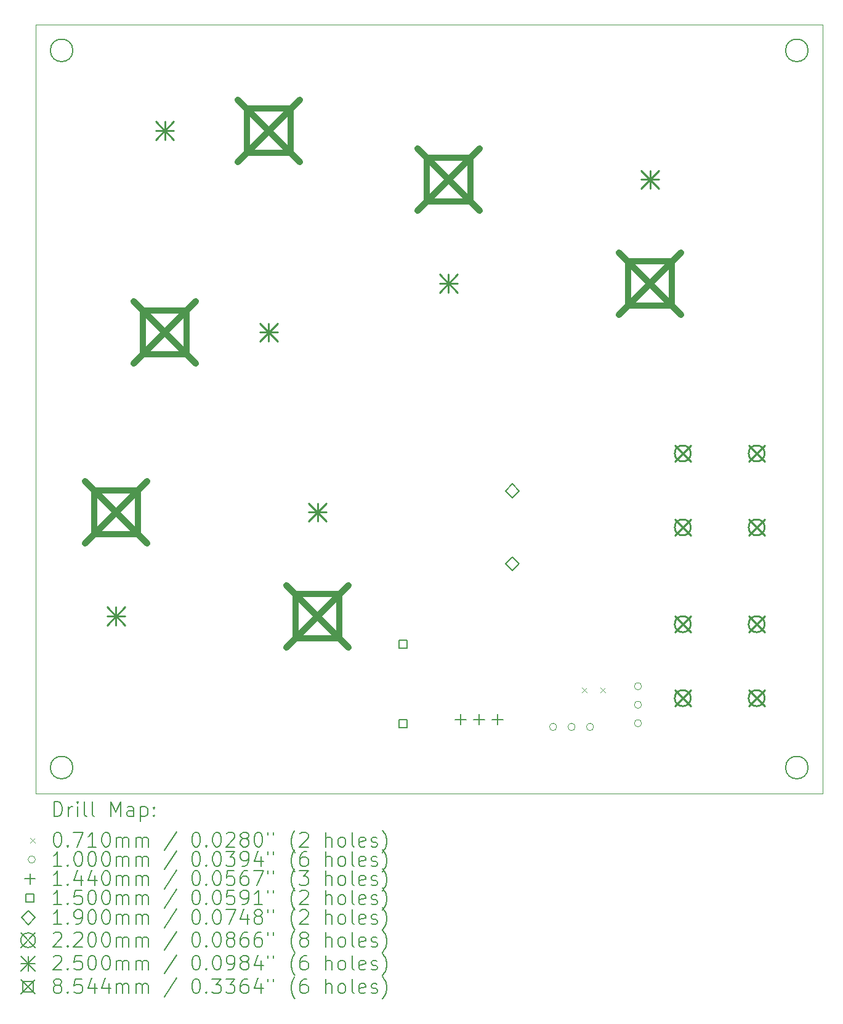
<source format=gbr>
%TF.GenerationSoftware,KiCad,Pcbnew,(6.0.7)*%
%TF.CreationDate,2022-08-27T17:55:12+01:00*%
%TF.ProjectId,Buck Racing 2,4275636b-2052-4616-9369-6e6720322e6b,v01*%
%TF.SameCoordinates,Original*%
%TF.FileFunction,Drillmap*%
%TF.FilePolarity,Positive*%
%FSLAX45Y45*%
G04 Gerber Fmt 4.5, Leading zero omitted, Abs format (unit mm)*
G04 Created by KiCad (PCBNEW (6.0.7)) date 2022-08-27 17:55:12*
%MOMM*%
%LPD*%
G01*
G04 APERTURE LIST*
%ADD10C,0.150000*%
%ADD11C,0.100000*%
%ADD12C,0.200000*%
%ADD13C,0.071000*%
%ADD14C,0.144000*%
%ADD15C,0.190000*%
%ADD16C,0.220000*%
%ADD17C,0.250000*%
%ADD18C,0.854400*%
G04 APERTURE END LIST*
D10*
X17020600Y-15240000D02*
G75*
G03*
X17020600Y-15240000I-155000J0D01*
G01*
X6911400Y-15240000D02*
G75*
G03*
X6911400Y-15240000I-155000J0D01*
G01*
X6911400Y-5384800D02*
G75*
G03*
X6911400Y-5384800I-155000J0D01*
G01*
X17020600Y-5384800D02*
G75*
G03*
X17020600Y-5384800I-155000J0D01*
G01*
D11*
X17221200Y-15595600D02*
X17221200Y-5029200D01*
X6400800Y-5029200D02*
X17221200Y-5029200D01*
X6400800Y-15595600D02*
X6400800Y-5029200D01*
X17221200Y-15595600D02*
X6400800Y-15595600D01*
D12*
D13*
X13909100Y-14137700D02*
X13980100Y-14208700D01*
X13980100Y-14137700D02*
X13909100Y-14208700D01*
X14163100Y-14137700D02*
X14234100Y-14208700D01*
X14234100Y-14137700D02*
X14163100Y-14208700D01*
D11*
X13564300Y-14681200D02*
G75*
G03*
X13564300Y-14681200I-50000J0D01*
G01*
X13818300Y-14681200D02*
G75*
G03*
X13818300Y-14681200I-50000J0D01*
G01*
X14072300Y-14681200D02*
G75*
G03*
X14072300Y-14681200I-50000J0D01*
G01*
X14731200Y-14123900D02*
G75*
G03*
X14731200Y-14123900I-50000J0D01*
G01*
X14731200Y-14377900D02*
G75*
G03*
X14731200Y-14377900I-50000J0D01*
G01*
X14731200Y-14631900D02*
G75*
G03*
X14731200Y-14631900I-50000J0D01*
G01*
D14*
X12242800Y-14507600D02*
X12242800Y-14651600D01*
X12170800Y-14579600D02*
X12314800Y-14579600D01*
X12496800Y-14507600D02*
X12496800Y-14651600D01*
X12424800Y-14579600D02*
X12568800Y-14579600D01*
X12750800Y-14507600D02*
X12750800Y-14651600D01*
X12678800Y-14579600D02*
X12822800Y-14579600D01*
D10*
X11505793Y-13598953D02*
X11505793Y-13492886D01*
X11399726Y-13492886D01*
X11399726Y-13598953D01*
X11505793Y-13598953D01*
X11505793Y-14690953D02*
X11505793Y-14584886D01*
X11399726Y-14584886D01*
X11399726Y-14690953D01*
X11505793Y-14690953D01*
D15*
X12954000Y-11533000D02*
X13049000Y-11438000D01*
X12954000Y-11343000D01*
X12859000Y-11438000D01*
X12954000Y-11533000D01*
X12954000Y-12533000D02*
X13049000Y-12438000D01*
X12954000Y-12343000D01*
X12859000Y-12438000D01*
X12954000Y-12533000D01*
D16*
X15187000Y-10814000D02*
X15407000Y-11034000D01*
X15407000Y-10814000D02*
X15187000Y-11034000D01*
X15407000Y-10924000D02*
G75*
G03*
X15407000Y-10924000I-110000J0D01*
G01*
X15187000Y-11830000D02*
X15407000Y-12050000D01*
X15407000Y-11830000D02*
X15187000Y-12050000D01*
X15407000Y-11940000D02*
G75*
G03*
X15407000Y-11940000I-110000J0D01*
G01*
X15187000Y-13160960D02*
X15407000Y-13380960D01*
X15407000Y-13160960D02*
X15187000Y-13380960D01*
X15407000Y-13270960D02*
G75*
G03*
X15407000Y-13270960I-110000J0D01*
G01*
X15187000Y-14176960D02*
X15407000Y-14396960D01*
X15407000Y-14176960D02*
X15187000Y-14396960D01*
X15407000Y-14286960D02*
G75*
G03*
X15407000Y-14286960I-110000J0D01*
G01*
X16203000Y-10814000D02*
X16423000Y-11034000D01*
X16423000Y-10814000D02*
X16203000Y-11034000D01*
X16423000Y-10924000D02*
G75*
G03*
X16423000Y-10924000I-110000J0D01*
G01*
X16203000Y-11830000D02*
X16423000Y-12050000D01*
X16423000Y-11830000D02*
X16203000Y-12050000D01*
X16423000Y-11940000D02*
G75*
G03*
X16423000Y-11940000I-110000J0D01*
G01*
X16203000Y-13160960D02*
X16423000Y-13380960D01*
X16423000Y-13160960D02*
X16203000Y-13380960D01*
X16423000Y-13270960D02*
G75*
G03*
X16423000Y-13270960I-110000J0D01*
G01*
X16203000Y-14176960D02*
X16423000Y-14396960D01*
X16423000Y-14176960D02*
X16203000Y-14396960D01*
X16423000Y-14286960D02*
G75*
G03*
X16423000Y-14286960I-110000J0D01*
G01*
D17*
X7380000Y-13036000D02*
X7630000Y-13286000D01*
X7630000Y-13036000D02*
X7380000Y-13286000D01*
X7505000Y-13036000D02*
X7505000Y-13286000D01*
X7380000Y-13161000D02*
X7630000Y-13161000D01*
X8050000Y-6364000D02*
X8300000Y-6614000D01*
X8300000Y-6364000D02*
X8050000Y-6614000D01*
X8175000Y-6364000D02*
X8175000Y-6614000D01*
X8050000Y-6489000D02*
X8300000Y-6489000D01*
X9480000Y-9134000D02*
X9730000Y-9384000D01*
X9730000Y-9134000D02*
X9480000Y-9384000D01*
X9605000Y-9134000D02*
X9605000Y-9384000D01*
X9480000Y-9259000D02*
X9730000Y-9259000D01*
X10150000Y-11606000D02*
X10400000Y-11856000D01*
X10400000Y-11606000D02*
X10150000Y-11856000D01*
X10275000Y-11606000D02*
X10275000Y-11856000D01*
X10150000Y-11731000D02*
X10400000Y-11731000D01*
X11952000Y-8464000D02*
X12202000Y-8714000D01*
X12202000Y-8464000D02*
X11952000Y-8714000D01*
X12077000Y-8464000D02*
X12077000Y-8714000D01*
X11952000Y-8589000D02*
X12202000Y-8589000D01*
X14722000Y-7034000D02*
X14972000Y-7284000D01*
X14972000Y-7034000D02*
X14722000Y-7284000D01*
X14847000Y-7034000D02*
X14847000Y-7284000D01*
X14722000Y-7159000D02*
X14972000Y-7159000D01*
D18*
X7077800Y-11303800D02*
X7932200Y-12158200D01*
X7932200Y-11303800D02*
X7077800Y-12158200D01*
X7807079Y-12033079D02*
X7807079Y-11428921D01*
X7202921Y-11428921D01*
X7202921Y-12033079D01*
X7807079Y-12033079D01*
X7747800Y-8831800D02*
X8602200Y-9686200D01*
X8602200Y-8831800D02*
X7747800Y-9686200D01*
X8477079Y-9561079D02*
X8477079Y-8956921D01*
X7872921Y-8956921D01*
X7872921Y-9561079D01*
X8477079Y-9561079D01*
X9177800Y-6061800D02*
X10032200Y-6916200D01*
X10032200Y-6061800D02*
X9177800Y-6916200D01*
X9907079Y-6791079D02*
X9907079Y-6186921D01*
X9302921Y-6186921D01*
X9302921Y-6791079D01*
X9907079Y-6791079D01*
X9847800Y-12733800D02*
X10702200Y-13588200D01*
X10702200Y-12733800D02*
X9847800Y-13588200D01*
X10577079Y-13463079D02*
X10577079Y-12858921D01*
X9972921Y-12858921D01*
X9972921Y-13463079D01*
X10577079Y-13463079D01*
X11649800Y-6731800D02*
X12504200Y-7586200D01*
X12504200Y-6731800D02*
X11649800Y-7586200D01*
X12379079Y-7461079D02*
X12379079Y-6856921D01*
X11774921Y-6856921D01*
X11774921Y-7461079D01*
X12379079Y-7461079D01*
X14419800Y-8161800D02*
X15274200Y-9016200D01*
X15274200Y-8161800D02*
X14419800Y-9016200D01*
X15149079Y-8891079D02*
X15149079Y-8286921D01*
X14544921Y-8286921D01*
X14544921Y-8891079D01*
X15149079Y-8891079D01*
D12*
X6653419Y-15911076D02*
X6653419Y-15711076D01*
X6701038Y-15711076D01*
X6729609Y-15720600D01*
X6748657Y-15739648D01*
X6758181Y-15758695D01*
X6767705Y-15796790D01*
X6767705Y-15825362D01*
X6758181Y-15863457D01*
X6748657Y-15882505D01*
X6729609Y-15901552D01*
X6701038Y-15911076D01*
X6653419Y-15911076D01*
X6853419Y-15911076D02*
X6853419Y-15777743D01*
X6853419Y-15815838D02*
X6862943Y-15796790D01*
X6872467Y-15787267D01*
X6891514Y-15777743D01*
X6910562Y-15777743D01*
X6977228Y-15911076D02*
X6977228Y-15777743D01*
X6977228Y-15711076D02*
X6967705Y-15720600D01*
X6977228Y-15730124D01*
X6986752Y-15720600D01*
X6977228Y-15711076D01*
X6977228Y-15730124D01*
X7101038Y-15911076D02*
X7081990Y-15901552D01*
X7072467Y-15882505D01*
X7072467Y-15711076D01*
X7205800Y-15911076D02*
X7186752Y-15901552D01*
X7177228Y-15882505D01*
X7177228Y-15711076D01*
X7434371Y-15911076D02*
X7434371Y-15711076D01*
X7501038Y-15853933D01*
X7567705Y-15711076D01*
X7567705Y-15911076D01*
X7748657Y-15911076D02*
X7748657Y-15806314D01*
X7739133Y-15787267D01*
X7720086Y-15777743D01*
X7681990Y-15777743D01*
X7662943Y-15787267D01*
X7748657Y-15901552D02*
X7729609Y-15911076D01*
X7681990Y-15911076D01*
X7662943Y-15901552D01*
X7653419Y-15882505D01*
X7653419Y-15863457D01*
X7662943Y-15844409D01*
X7681990Y-15834886D01*
X7729609Y-15834886D01*
X7748657Y-15825362D01*
X7843895Y-15777743D02*
X7843895Y-15977743D01*
X7843895Y-15787267D02*
X7862943Y-15777743D01*
X7901038Y-15777743D01*
X7920086Y-15787267D01*
X7929609Y-15796790D01*
X7939133Y-15815838D01*
X7939133Y-15872981D01*
X7929609Y-15892028D01*
X7920086Y-15901552D01*
X7901038Y-15911076D01*
X7862943Y-15911076D01*
X7843895Y-15901552D01*
X8024848Y-15892028D02*
X8034371Y-15901552D01*
X8024848Y-15911076D01*
X8015324Y-15901552D01*
X8024848Y-15892028D01*
X8024848Y-15911076D01*
X8024848Y-15787267D02*
X8034371Y-15796790D01*
X8024848Y-15806314D01*
X8015324Y-15796790D01*
X8024848Y-15787267D01*
X8024848Y-15806314D01*
D13*
X6324800Y-16205100D02*
X6395800Y-16276100D01*
X6395800Y-16205100D02*
X6324800Y-16276100D01*
D12*
X6691514Y-16131076D02*
X6710562Y-16131076D01*
X6729609Y-16140600D01*
X6739133Y-16150124D01*
X6748657Y-16169171D01*
X6758181Y-16207267D01*
X6758181Y-16254886D01*
X6748657Y-16292981D01*
X6739133Y-16312028D01*
X6729609Y-16321552D01*
X6710562Y-16331076D01*
X6691514Y-16331076D01*
X6672467Y-16321552D01*
X6662943Y-16312028D01*
X6653419Y-16292981D01*
X6643895Y-16254886D01*
X6643895Y-16207267D01*
X6653419Y-16169171D01*
X6662943Y-16150124D01*
X6672467Y-16140600D01*
X6691514Y-16131076D01*
X6843895Y-16312028D02*
X6853419Y-16321552D01*
X6843895Y-16331076D01*
X6834371Y-16321552D01*
X6843895Y-16312028D01*
X6843895Y-16331076D01*
X6920086Y-16131076D02*
X7053419Y-16131076D01*
X6967705Y-16331076D01*
X7234371Y-16331076D02*
X7120086Y-16331076D01*
X7177228Y-16331076D02*
X7177228Y-16131076D01*
X7158181Y-16159648D01*
X7139133Y-16178695D01*
X7120086Y-16188219D01*
X7358181Y-16131076D02*
X7377228Y-16131076D01*
X7396276Y-16140600D01*
X7405800Y-16150124D01*
X7415324Y-16169171D01*
X7424848Y-16207267D01*
X7424848Y-16254886D01*
X7415324Y-16292981D01*
X7405800Y-16312028D01*
X7396276Y-16321552D01*
X7377228Y-16331076D01*
X7358181Y-16331076D01*
X7339133Y-16321552D01*
X7329609Y-16312028D01*
X7320086Y-16292981D01*
X7310562Y-16254886D01*
X7310562Y-16207267D01*
X7320086Y-16169171D01*
X7329609Y-16150124D01*
X7339133Y-16140600D01*
X7358181Y-16131076D01*
X7510562Y-16331076D02*
X7510562Y-16197743D01*
X7510562Y-16216790D02*
X7520086Y-16207267D01*
X7539133Y-16197743D01*
X7567705Y-16197743D01*
X7586752Y-16207267D01*
X7596276Y-16226314D01*
X7596276Y-16331076D01*
X7596276Y-16226314D02*
X7605800Y-16207267D01*
X7624848Y-16197743D01*
X7653419Y-16197743D01*
X7672467Y-16207267D01*
X7681990Y-16226314D01*
X7681990Y-16331076D01*
X7777228Y-16331076D02*
X7777228Y-16197743D01*
X7777228Y-16216790D02*
X7786752Y-16207267D01*
X7805800Y-16197743D01*
X7834371Y-16197743D01*
X7853419Y-16207267D01*
X7862943Y-16226314D01*
X7862943Y-16331076D01*
X7862943Y-16226314D02*
X7872467Y-16207267D01*
X7891514Y-16197743D01*
X7920086Y-16197743D01*
X7939133Y-16207267D01*
X7948657Y-16226314D01*
X7948657Y-16331076D01*
X8339133Y-16121552D02*
X8167705Y-16378695D01*
X8596276Y-16131076D02*
X8615324Y-16131076D01*
X8634371Y-16140600D01*
X8643895Y-16150124D01*
X8653419Y-16169171D01*
X8662943Y-16207267D01*
X8662943Y-16254886D01*
X8653419Y-16292981D01*
X8643895Y-16312028D01*
X8634371Y-16321552D01*
X8615324Y-16331076D01*
X8596276Y-16331076D01*
X8577229Y-16321552D01*
X8567705Y-16312028D01*
X8558181Y-16292981D01*
X8548657Y-16254886D01*
X8548657Y-16207267D01*
X8558181Y-16169171D01*
X8567705Y-16150124D01*
X8577229Y-16140600D01*
X8596276Y-16131076D01*
X8748657Y-16312028D02*
X8758181Y-16321552D01*
X8748657Y-16331076D01*
X8739133Y-16321552D01*
X8748657Y-16312028D01*
X8748657Y-16331076D01*
X8881990Y-16131076D02*
X8901038Y-16131076D01*
X8920086Y-16140600D01*
X8929610Y-16150124D01*
X8939133Y-16169171D01*
X8948657Y-16207267D01*
X8948657Y-16254886D01*
X8939133Y-16292981D01*
X8929610Y-16312028D01*
X8920086Y-16321552D01*
X8901038Y-16331076D01*
X8881990Y-16331076D01*
X8862943Y-16321552D01*
X8853419Y-16312028D01*
X8843895Y-16292981D01*
X8834371Y-16254886D01*
X8834371Y-16207267D01*
X8843895Y-16169171D01*
X8853419Y-16150124D01*
X8862943Y-16140600D01*
X8881990Y-16131076D01*
X9024848Y-16150124D02*
X9034371Y-16140600D01*
X9053419Y-16131076D01*
X9101038Y-16131076D01*
X9120086Y-16140600D01*
X9129610Y-16150124D01*
X9139133Y-16169171D01*
X9139133Y-16188219D01*
X9129610Y-16216790D01*
X9015324Y-16331076D01*
X9139133Y-16331076D01*
X9253419Y-16216790D02*
X9234371Y-16207267D01*
X9224848Y-16197743D01*
X9215324Y-16178695D01*
X9215324Y-16169171D01*
X9224848Y-16150124D01*
X9234371Y-16140600D01*
X9253419Y-16131076D01*
X9291514Y-16131076D01*
X9310562Y-16140600D01*
X9320086Y-16150124D01*
X9329610Y-16169171D01*
X9329610Y-16178695D01*
X9320086Y-16197743D01*
X9310562Y-16207267D01*
X9291514Y-16216790D01*
X9253419Y-16216790D01*
X9234371Y-16226314D01*
X9224848Y-16235838D01*
X9215324Y-16254886D01*
X9215324Y-16292981D01*
X9224848Y-16312028D01*
X9234371Y-16321552D01*
X9253419Y-16331076D01*
X9291514Y-16331076D01*
X9310562Y-16321552D01*
X9320086Y-16312028D01*
X9329610Y-16292981D01*
X9329610Y-16254886D01*
X9320086Y-16235838D01*
X9310562Y-16226314D01*
X9291514Y-16216790D01*
X9453419Y-16131076D02*
X9472467Y-16131076D01*
X9491514Y-16140600D01*
X9501038Y-16150124D01*
X9510562Y-16169171D01*
X9520086Y-16207267D01*
X9520086Y-16254886D01*
X9510562Y-16292981D01*
X9501038Y-16312028D01*
X9491514Y-16321552D01*
X9472467Y-16331076D01*
X9453419Y-16331076D01*
X9434371Y-16321552D01*
X9424848Y-16312028D01*
X9415324Y-16292981D01*
X9405800Y-16254886D01*
X9405800Y-16207267D01*
X9415324Y-16169171D01*
X9424848Y-16150124D01*
X9434371Y-16140600D01*
X9453419Y-16131076D01*
X9596276Y-16131076D02*
X9596276Y-16169171D01*
X9672467Y-16131076D02*
X9672467Y-16169171D01*
X9967705Y-16407267D02*
X9958181Y-16397743D01*
X9939133Y-16369171D01*
X9929610Y-16350124D01*
X9920086Y-16321552D01*
X9910562Y-16273933D01*
X9910562Y-16235838D01*
X9920086Y-16188219D01*
X9929610Y-16159648D01*
X9939133Y-16140600D01*
X9958181Y-16112028D01*
X9967705Y-16102505D01*
X10034371Y-16150124D02*
X10043895Y-16140600D01*
X10062943Y-16131076D01*
X10110562Y-16131076D01*
X10129610Y-16140600D01*
X10139133Y-16150124D01*
X10148657Y-16169171D01*
X10148657Y-16188219D01*
X10139133Y-16216790D01*
X10024848Y-16331076D01*
X10148657Y-16331076D01*
X10386752Y-16331076D02*
X10386752Y-16131076D01*
X10472467Y-16331076D02*
X10472467Y-16226314D01*
X10462943Y-16207267D01*
X10443895Y-16197743D01*
X10415324Y-16197743D01*
X10396276Y-16207267D01*
X10386752Y-16216790D01*
X10596276Y-16331076D02*
X10577229Y-16321552D01*
X10567705Y-16312028D01*
X10558181Y-16292981D01*
X10558181Y-16235838D01*
X10567705Y-16216790D01*
X10577229Y-16207267D01*
X10596276Y-16197743D01*
X10624848Y-16197743D01*
X10643895Y-16207267D01*
X10653419Y-16216790D01*
X10662943Y-16235838D01*
X10662943Y-16292981D01*
X10653419Y-16312028D01*
X10643895Y-16321552D01*
X10624848Y-16331076D01*
X10596276Y-16331076D01*
X10777229Y-16331076D02*
X10758181Y-16321552D01*
X10748657Y-16302505D01*
X10748657Y-16131076D01*
X10929610Y-16321552D02*
X10910562Y-16331076D01*
X10872467Y-16331076D01*
X10853419Y-16321552D01*
X10843895Y-16302505D01*
X10843895Y-16226314D01*
X10853419Y-16207267D01*
X10872467Y-16197743D01*
X10910562Y-16197743D01*
X10929610Y-16207267D01*
X10939133Y-16226314D01*
X10939133Y-16245362D01*
X10843895Y-16264409D01*
X11015324Y-16321552D02*
X11034371Y-16331076D01*
X11072467Y-16331076D01*
X11091514Y-16321552D01*
X11101038Y-16302505D01*
X11101038Y-16292981D01*
X11091514Y-16273933D01*
X11072467Y-16264409D01*
X11043895Y-16264409D01*
X11024848Y-16254886D01*
X11015324Y-16235838D01*
X11015324Y-16226314D01*
X11024848Y-16207267D01*
X11043895Y-16197743D01*
X11072467Y-16197743D01*
X11091514Y-16207267D01*
X11167705Y-16407267D02*
X11177229Y-16397743D01*
X11196276Y-16369171D01*
X11205800Y-16350124D01*
X11215324Y-16321552D01*
X11224848Y-16273933D01*
X11224848Y-16235838D01*
X11215324Y-16188219D01*
X11205800Y-16159648D01*
X11196276Y-16140600D01*
X11177229Y-16112028D01*
X11167705Y-16102505D01*
D11*
X6395800Y-16504600D02*
G75*
G03*
X6395800Y-16504600I-50000J0D01*
G01*
D12*
X6758181Y-16595076D02*
X6643895Y-16595076D01*
X6701038Y-16595076D02*
X6701038Y-16395076D01*
X6681990Y-16423648D01*
X6662943Y-16442695D01*
X6643895Y-16452219D01*
X6843895Y-16576028D02*
X6853419Y-16585552D01*
X6843895Y-16595076D01*
X6834371Y-16585552D01*
X6843895Y-16576028D01*
X6843895Y-16595076D01*
X6977228Y-16395076D02*
X6996276Y-16395076D01*
X7015324Y-16404600D01*
X7024848Y-16414124D01*
X7034371Y-16433171D01*
X7043895Y-16471267D01*
X7043895Y-16518886D01*
X7034371Y-16556981D01*
X7024848Y-16576028D01*
X7015324Y-16585552D01*
X6996276Y-16595076D01*
X6977228Y-16595076D01*
X6958181Y-16585552D01*
X6948657Y-16576028D01*
X6939133Y-16556981D01*
X6929609Y-16518886D01*
X6929609Y-16471267D01*
X6939133Y-16433171D01*
X6948657Y-16414124D01*
X6958181Y-16404600D01*
X6977228Y-16395076D01*
X7167705Y-16395076D02*
X7186752Y-16395076D01*
X7205800Y-16404600D01*
X7215324Y-16414124D01*
X7224848Y-16433171D01*
X7234371Y-16471267D01*
X7234371Y-16518886D01*
X7224848Y-16556981D01*
X7215324Y-16576028D01*
X7205800Y-16585552D01*
X7186752Y-16595076D01*
X7167705Y-16595076D01*
X7148657Y-16585552D01*
X7139133Y-16576028D01*
X7129609Y-16556981D01*
X7120086Y-16518886D01*
X7120086Y-16471267D01*
X7129609Y-16433171D01*
X7139133Y-16414124D01*
X7148657Y-16404600D01*
X7167705Y-16395076D01*
X7358181Y-16395076D02*
X7377228Y-16395076D01*
X7396276Y-16404600D01*
X7405800Y-16414124D01*
X7415324Y-16433171D01*
X7424848Y-16471267D01*
X7424848Y-16518886D01*
X7415324Y-16556981D01*
X7405800Y-16576028D01*
X7396276Y-16585552D01*
X7377228Y-16595076D01*
X7358181Y-16595076D01*
X7339133Y-16585552D01*
X7329609Y-16576028D01*
X7320086Y-16556981D01*
X7310562Y-16518886D01*
X7310562Y-16471267D01*
X7320086Y-16433171D01*
X7329609Y-16414124D01*
X7339133Y-16404600D01*
X7358181Y-16395076D01*
X7510562Y-16595076D02*
X7510562Y-16461743D01*
X7510562Y-16480790D02*
X7520086Y-16471267D01*
X7539133Y-16461743D01*
X7567705Y-16461743D01*
X7586752Y-16471267D01*
X7596276Y-16490314D01*
X7596276Y-16595076D01*
X7596276Y-16490314D02*
X7605800Y-16471267D01*
X7624848Y-16461743D01*
X7653419Y-16461743D01*
X7672467Y-16471267D01*
X7681990Y-16490314D01*
X7681990Y-16595076D01*
X7777228Y-16595076D02*
X7777228Y-16461743D01*
X7777228Y-16480790D02*
X7786752Y-16471267D01*
X7805800Y-16461743D01*
X7834371Y-16461743D01*
X7853419Y-16471267D01*
X7862943Y-16490314D01*
X7862943Y-16595076D01*
X7862943Y-16490314D02*
X7872467Y-16471267D01*
X7891514Y-16461743D01*
X7920086Y-16461743D01*
X7939133Y-16471267D01*
X7948657Y-16490314D01*
X7948657Y-16595076D01*
X8339133Y-16385552D02*
X8167705Y-16642695D01*
X8596276Y-16395076D02*
X8615324Y-16395076D01*
X8634371Y-16404600D01*
X8643895Y-16414124D01*
X8653419Y-16433171D01*
X8662943Y-16471267D01*
X8662943Y-16518886D01*
X8653419Y-16556981D01*
X8643895Y-16576028D01*
X8634371Y-16585552D01*
X8615324Y-16595076D01*
X8596276Y-16595076D01*
X8577229Y-16585552D01*
X8567705Y-16576028D01*
X8558181Y-16556981D01*
X8548657Y-16518886D01*
X8548657Y-16471267D01*
X8558181Y-16433171D01*
X8567705Y-16414124D01*
X8577229Y-16404600D01*
X8596276Y-16395076D01*
X8748657Y-16576028D02*
X8758181Y-16585552D01*
X8748657Y-16595076D01*
X8739133Y-16585552D01*
X8748657Y-16576028D01*
X8748657Y-16595076D01*
X8881990Y-16395076D02*
X8901038Y-16395076D01*
X8920086Y-16404600D01*
X8929610Y-16414124D01*
X8939133Y-16433171D01*
X8948657Y-16471267D01*
X8948657Y-16518886D01*
X8939133Y-16556981D01*
X8929610Y-16576028D01*
X8920086Y-16585552D01*
X8901038Y-16595076D01*
X8881990Y-16595076D01*
X8862943Y-16585552D01*
X8853419Y-16576028D01*
X8843895Y-16556981D01*
X8834371Y-16518886D01*
X8834371Y-16471267D01*
X8843895Y-16433171D01*
X8853419Y-16414124D01*
X8862943Y-16404600D01*
X8881990Y-16395076D01*
X9015324Y-16395076D02*
X9139133Y-16395076D01*
X9072467Y-16471267D01*
X9101038Y-16471267D01*
X9120086Y-16480790D01*
X9129610Y-16490314D01*
X9139133Y-16509362D01*
X9139133Y-16556981D01*
X9129610Y-16576028D01*
X9120086Y-16585552D01*
X9101038Y-16595076D01*
X9043895Y-16595076D01*
X9024848Y-16585552D01*
X9015324Y-16576028D01*
X9234371Y-16595076D02*
X9272467Y-16595076D01*
X9291514Y-16585552D01*
X9301038Y-16576028D01*
X9320086Y-16547457D01*
X9329610Y-16509362D01*
X9329610Y-16433171D01*
X9320086Y-16414124D01*
X9310562Y-16404600D01*
X9291514Y-16395076D01*
X9253419Y-16395076D01*
X9234371Y-16404600D01*
X9224848Y-16414124D01*
X9215324Y-16433171D01*
X9215324Y-16480790D01*
X9224848Y-16499838D01*
X9234371Y-16509362D01*
X9253419Y-16518886D01*
X9291514Y-16518886D01*
X9310562Y-16509362D01*
X9320086Y-16499838D01*
X9329610Y-16480790D01*
X9501038Y-16461743D02*
X9501038Y-16595076D01*
X9453419Y-16385552D02*
X9405800Y-16528409D01*
X9529610Y-16528409D01*
X9596276Y-16395076D02*
X9596276Y-16433171D01*
X9672467Y-16395076D02*
X9672467Y-16433171D01*
X9967705Y-16671267D02*
X9958181Y-16661743D01*
X9939133Y-16633171D01*
X9929610Y-16614124D01*
X9920086Y-16585552D01*
X9910562Y-16537933D01*
X9910562Y-16499838D01*
X9920086Y-16452219D01*
X9929610Y-16423648D01*
X9939133Y-16404600D01*
X9958181Y-16376028D01*
X9967705Y-16366505D01*
X10129610Y-16395076D02*
X10091514Y-16395076D01*
X10072467Y-16404600D01*
X10062943Y-16414124D01*
X10043895Y-16442695D01*
X10034371Y-16480790D01*
X10034371Y-16556981D01*
X10043895Y-16576028D01*
X10053419Y-16585552D01*
X10072467Y-16595076D01*
X10110562Y-16595076D01*
X10129610Y-16585552D01*
X10139133Y-16576028D01*
X10148657Y-16556981D01*
X10148657Y-16509362D01*
X10139133Y-16490314D01*
X10129610Y-16480790D01*
X10110562Y-16471267D01*
X10072467Y-16471267D01*
X10053419Y-16480790D01*
X10043895Y-16490314D01*
X10034371Y-16509362D01*
X10386752Y-16595076D02*
X10386752Y-16395076D01*
X10472467Y-16595076D02*
X10472467Y-16490314D01*
X10462943Y-16471267D01*
X10443895Y-16461743D01*
X10415324Y-16461743D01*
X10396276Y-16471267D01*
X10386752Y-16480790D01*
X10596276Y-16595076D02*
X10577229Y-16585552D01*
X10567705Y-16576028D01*
X10558181Y-16556981D01*
X10558181Y-16499838D01*
X10567705Y-16480790D01*
X10577229Y-16471267D01*
X10596276Y-16461743D01*
X10624848Y-16461743D01*
X10643895Y-16471267D01*
X10653419Y-16480790D01*
X10662943Y-16499838D01*
X10662943Y-16556981D01*
X10653419Y-16576028D01*
X10643895Y-16585552D01*
X10624848Y-16595076D01*
X10596276Y-16595076D01*
X10777229Y-16595076D02*
X10758181Y-16585552D01*
X10748657Y-16566505D01*
X10748657Y-16395076D01*
X10929610Y-16585552D02*
X10910562Y-16595076D01*
X10872467Y-16595076D01*
X10853419Y-16585552D01*
X10843895Y-16566505D01*
X10843895Y-16490314D01*
X10853419Y-16471267D01*
X10872467Y-16461743D01*
X10910562Y-16461743D01*
X10929610Y-16471267D01*
X10939133Y-16490314D01*
X10939133Y-16509362D01*
X10843895Y-16528409D01*
X11015324Y-16585552D02*
X11034371Y-16595076D01*
X11072467Y-16595076D01*
X11091514Y-16585552D01*
X11101038Y-16566505D01*
X11101038Y-16556981D01*
X11091514Y-16537933D01*
X11072467Y-16528409D01*
X11043895Y-16528409D01*
X11024848Y-16518886D01*
X11015324Y-16499838D01*
X11015324Y-16490314D01*
X11024848Y-16471267D01*
X11043895Y-16461743D01*
X11072467Y-16461743D01*
X11091514Y-16471267D01*
X11167705Y-16671267D02*
X11177229Y-16661743D01*
X11196276Y-16633171D01*
X11205800Y-16614124D01*
X11215324Y-16585552D01*
X11224848Y-16537933D01*
X11224848Y-16499838D01*
X11215324Y-16452219D01*
X11205800Y-16423648D01*
X11196276Y-16404600D01*
X11177229Y-16376028D01*
X11167705Y-16366505D01*
D14*
X6323800Y-16696600D02*
X6323800Y-16840600D01*
X6251800Y-16768600D02*
X6395800Y-16768600D01*
D12*
X6758181Y-16859076D02*
X6643895Y-16859076D01*
X6701038Y-16859076D02*
X6701038Y-16659076D01*
X6681990Y-16687648D01*
X6662943Y-16706695D01*
X6643895Y-16716219D01*
X6843895Y-16840029D02*
X6853419Y-16849552D01*
X6843895Y-16859076D01*
X6834371Y-16849552D01*
X6843895Y-16840029D01*
X6843895Y-16859076D01*
X7024848Y-16725743D02*
X7024848Y-16859076D01*
X6977228Y-16649552D02*
X6929609Y-16792410D01*
X7053419Y-16792410D01*
X7215324Y-16725743D02*
X7215324Y-16859076D01*
X7167705Y-16649552D02*
X7120086Y-16792410D01*
X7243895Y-16792410D01*
X7358181Y-16659076D02*
X7377228Y-16659076D01*
X7396276Y-16668600D01*
X7405800Y-16678124D01*
X7415324Y-16697171D01*
X7424848Y-16735267D01*
X7424848Y-16782886D01*
X7415324Y-16820981D01*
X7405800Y-16840029D01*
X7396276Y-16849552D01*
X7377228Y-16859076D01*
X7358181Y-16859076D01*
X7339133Y-16849552D01*
X7329609Y-16840029D01*
X7320086Y-16820981D01*
X7310562Y-16782886D01*
X7310562Y-16735267D01*
X7320086Y-16697171D01*
X7329609Y-16678124D01*
X7339133Y-16668600D01*
X7358181Y-16659076D01*
X7510562Y-16859076D02*
X7510562Y-16725743D01*
X7510562Y-16744790D02*
X7520086Y-16735267D01*
X7539133Y-16725743D01*
X7567705Y-16725743D01*
X7586752Y-16735267D01*
X7596276Y-16754314D01*
X7596276Y-16859076D01*
X7596276Y-16754314D02*
X7605800Y-16735267D01*
X7624848Y-16725743D01*
X7653419Y-16725743D01*
X7672467Y-16735267D01*
X7681990Y-16754314D01*
X7681990Y-16859076D01*
X7777228Y-16859076D02*
X7777228Y-16725743D01*
X7777228Y-16744790D02*
X7786752Y-16735267D01*
X7805800Y-16725743D01*
X7834371Y-16725743D01*
X7853419Y-16735267D01*
X7862943Y-16754314D01*
X7862943Y-16859076D01*
X7862943Y-16754314D02*
X7872467Y-16735267D01*
X7891514Y-16725743D01*
X7920086Y-16725743D01*
X7939133Y-16735267D01*
X7948657Y-16754314D01*
X7948657Y-16859076D01*
X8339133Y-16649552D02*
X8167705Y-16906695D01*
X8596276Y-16659076D02*
X8615324Y-16659076D01*
X8634371Y-16668600D01*
X8643895Y-16678124D01*
X8653419Y-16697171D01*
X8662943Y-16735267D01*
X8662943Y-16782886D01*
X8653419Y-16820981D01*
X8643895Y-16840029D01*
X8634371Y-16849552D01*
X8615324Y-16859076D01*
X8596276Y-16859076D01*
X8577229Y-16849552D01*
X8567705Y-16840029D01*
X8558181Y-16820981D01*
X8548657Y-16782886D01*
X8548657Y-16735267D01*
X8558181Y-16697171D01*
X8567705Y-16678124D01*
X8577229Y-16668600D01*
X8596276Y-16659076D01*
X8748657Y-16840029D02*
X8758181Y-16849552D01*
X8748657Y-16859076D01*
X8739133Y-16849552D01*
X8748657Y-16840029D01*
X8748657Y-16859076D01*
X8881990Y-16659076D02*
X8901038Y-16659076D01*
X8920086Y-16668600D01*
X8929610Y-16678124D01*
X8939133Y-16697171D01*
X8948657Y-16735267D01*
X8948657Y-16782886D01*
X8939133Y-16820981D01*
X8929610Y-16840029D01*
X8920086Y-16849552D01*
X8901038Y-16859076D01*
X8881990Y-16859076D01*
X8862943Y-16849552D01*
X8853419Y-16840029D01*
X8843895Y-16820981D01*
X8834371Y-16782886D01*
X8834371Y-16735267D01*
X8843895Y-16697171D01*
X8853419Y-16678124D01*
X8862943Y-16668600D01*
X8881990Y-16659076D01*
X9129610Y-16659076D02*
X9034371Y-16659076D01*
X9024848Y-16754314D01*
X9034371Y-16744790D01*
X9053419Y-16735267D01*
X9101038Y-16735267D01*
X9120086Y-16744790D01*
X9129610Y-16754314D01*
X9139133Y-16773362D01*
X9139133Y-16820981D01*
X9129610Y-16840029D01*
X9120086Y-16849552D01*
X9101038Y-16859076D01*
X9053419Y-16859076D01*
X9034371Y-16849552D01*
X9024848Y-16840029D01*
X9310562Y-16659076D02*
X9272467Y-16659076D01*
X9253419Y-16668600D01*
X9243895Y-16678124D01*
X9224848Y-16706695D01*
X9215324Y-16744790D01*
X9215324Y-16820981D01*
X9224848Y-16840029D01*
X9234371Y-16849552D01*
X9253419Y-16859076D01*
X9291514Y-16859076D01*
X9310562Y-16849552D01*
X9320086Y-16840029D01*
X9329610Y-16820981D01*
X9329610Y-16773362D01*
X9320086Y-16754314D01*
X9310562Y-16744790D01*
X9291514Y-16735267D01*
X9253419Y-16735267D01*
X9234371Y-16744790D01*
X9224848Y-16754314D01*
X9215324Y-16773362D01*
X9396276Y-16659076D02*
X9529610Y-16659076D01*
X9443895Y-16859076D01*
X9596276Y-16659076D02*
X9596276Y-16697171D01*
X9672467Y-16659076D02*
X9672467Y-16697171D01*
X9967705Y-16935267D02*
X9958181Y-16925743D01*
X9939133Y-16897171D01*
X9929610Y-16878124D01*
X9920086Y-16849552D01*
X9910562Y-16801933D01*
X9910562Y-16763838D01*
X9920086Y-16716219D01*
X9929610Y-16687648D01*
X9939133Y-16668600D01*
X9958181Y-16640028D01*
X9967705Y-16630505D01*
X10024848Y-16659076D02*
X10148657Y-16659076D01*
X10081990Y-16735267D01*
X10110562Y-16735267D01*
X10129610Y-16744790D01*
X10139133Y-16754314D01*
X10148657Y-16773362D01*
X10148657Y-16820981D01*
X10139133Y-16840029D01*
X10129610Y-16849552D01*
X10110562Y-16859076D01*
X10053419Y-16859076D01*
X10034371Y-16849552D01*
X10024848Y-16840029D01*
X10386752Y-16859076D02*
X10386752Y-16659076D01*
X10472467Y-16859076D02*
X10472467Y-16754314D01*
X10462943Y-16735267D01*
X10443895Y-16725743D01*
X10415324Y-16725743D01*
X10396276Y-16735267D01*
X10386752Y-16744790D01*
X10596276Y-16859076D02*
X10577229Y-16849552D01*
X10567705Y-16840029D01*
X10558181Y-16820981D01*
X10558181Y-16763838D01*
X10567705Y-16744790D01*
X10577229Y-16735267D01*
X10596276Y-16725743D01*
X10624848Y-16725743D01*
X10643895Y-16735267D01*
X10653419Y-16744790D01*
X10662943Y-16763838D01*
X10662943Y-16820981D01*
X10653419Y-16840029D01*
X10643895Y-16849552D01*
X10624848Y-16859076D01*
X10596276Y-16859076D01*
X10777229Y-16859076D02*
X10758181Y-16849552D01*
X10748657Y-16830505D01*
X10748657Y-16659076D01*
X10929610Y-16849552D02*
X10910562Y-16859076D01*
X10872467Y-16859076D01*
X10853419Y-16849552D01*
X10843895Y-16830505D01*
X10843895Y-16754314D01*
X10853419Y-16735267D01*
X10872467Y-16725743D01*
X10910562Y-16725743D01*
X10929610Y-16735267D01*
X10939133Y-16754314D01*
X10939133Y-16773362D01*
X10843895Y-16792410D01*
X11015324Y-16849552D02*
X11034371Y-16859076D01*
X11072467Y-16859076D01*
X11091514Y-16849552D01*
X11101038Y-16830505D01*
X11101038Y-16820981D01*
X11091514Y-16801933D01*
X11072467Y-16792410D01*
X11043895Y-16792410D01*
X11024848Y-16782886D01*
X11015324Y-16763838D01*
X11015324Y-16754314D01*
X11024848Y-16735267D01*
X11043895Y-16725743D01*
X11072467Y-16725743D01*
X11091514Y-16735267D01*
X11167705Y-16935267D02*
X11177229Y-16925743D01*
X11196276Y-16897171D01*
X11205800Y-16878124D01*
X11215324Y-16849552D01*
X11224848Y-16801933D01*
X11224848Y-16763838D01*
X11215324Y-16716219D01*
X11205800Y-16687648D01*
X11196276Y-16668600D01*
X11177229Y-16640028D01*
X11167705Y-16630505D01*
D10*
X6373833Y-17085634D02*
X6373833Y-16979567D01*
X6267766Y-16979567D01*
X6267766Y-17085634D01*
X6373833Y-17085634D01*
D12*
X6758181Y-17123076D02*
X6643895Y-17123076D01*
X6701038Y-17123076D02*
X6701038Y-16923076D01*
X6681990Y-16951648D01*
X6662943Y-16970695D01*
X6643895Y-16980219D01*
X6843895Y-17104029D02*
X6853419Y-17113552D01*
X6843895Y-17123076D01*
X6834371Y-17113552D01*
X6843895Y-17104029D01*
X6843895Y-17123076D01*
X7034371Y-16923076D02*
X6939133Y-16923076D01*
X6929609Y-17018314D01*
X6939133Y-17008790D01*
X6958181Y-16999267D01*
X7005800Y-16999267D01*
X7024848Y-17008790D01*
X7034371Y-17018314D01*
X7043895Y-17037362D01*
X7043895Y-17084981D01*
X7034371Y-17104029D01*
X7024848Y-17113552D01*
X7005800Y-17123076D01*
X6958181Y-17123076D01*
X6939133Y-17113552D01*
X6929609Y-17104029D01*
X7167705Y-16923076D02*
X7186752Y-16923076D01*
X7205800Y-16932600D01*
X7215324Y-16942124D01*
X7224848Y-16961171D01*
X7234371Y-16999267D01*
X7234371Y-17046886D01*
X7224848Y-17084981D01*
X7215324Y-17104029D01*
X7205800Y-17113552D01*
X7186752Y-17123076D01*
X7167705Y-17123076D01*
X7148657Y-17113552D01*
X7139133Y-17104029D01*
X7129609Y-17084981D01*
X7120086Y-17046886D01*
X7120086Y-16999267D01*
X7129609Y-16961171D01*
X7139133Y-16942124D01*
X7148657Y-16932600D01*
X7167705Y-16923076D01*
X7358181Y-16923076D02*
X7377228Y-16923076D01*
X7396276Y-16932600D01*
X7405800Y-16942124D01*
X7415324Y-16961171D01*
X7424848Y-16999267D01*
X7424848Y-17046886D01*
X7415324Y-17084981D01*
X7405800Y-17104029D01*
X7396276Y-17113552D01*
X7377228Y-17123076D01*
X7358181Y-17123076D01*
X7339133Y-17113552D01*
X7329609Y-17104029D01*
X7320086Y-17084981D01*
X7310562Y-17046886D01*
X7310562Y-16999267D01*
X7320086Y-16961171D01*
X7329609Y-16942124D01*
X7339133Y-16932600D01*
X7358181Y-16923076D01*
X7510562Y-17123076D02*
X7510562Y-16989743D01*
X7510562Y-17008790D02*
X7520086Y-16999267D01*
X7539133Y-16989743D01*
X7567705Y-16989743D01*
X7586752Y-16999267D01*
X7596276Y-17018314D01*
X7596276Y-17123076D01*
X7596276Y-17018314D02*
X7605800Y-16999267D01*
X7624848Y-16989743D01*
X7653419Y-16989743D01*
X7672467Y-16999267D01*
X7681990Y-17018314D01*
X7681990Y-17123076D01*
X7777228Y-17123076D02*
X7777228Y-16989743D01*
X7777228Y-17008790D02*
X7786752Y-16999267D01*
X7805800Y-16989743D01*
X7834371Y-16989743D01*
X7853419Y-16999267D01*
X7862943Y-17018314D01*
X7862943Y-17123076D01*
X7862943Y-17018314D02*
X7872467Y-16999267D01*
X7891514Y-16989743D01*
X7920086Y-16989743D01*
X7939133Y-16999267D01*
X7948657Y-17018314D01*
X7948657Y-17123076D01*
X8339133Y-16913552D02*
X8167705Y-17170695D01*
X8596276Y-16923076D02*
X8615324Y-16923076D01*
X8634371Y-16932600D01*
X8643895Y-16942124D01*
X8653419Y-16961171D01*
X8662943Y-16999267D01*
X8662943Y-17046886D01*
X8653419Y-17084981D01*
X8643895Y-17104029D01*
X8634371Y-17113552D01*
X8615324Y-17123076D01*
X8596276Y-17123076D01*
X8577229Y-17113552D01*
X8567705Y-17104029D01*
X8558181Y-17084981D01*
X8548657Y-17046886D01*
X8548657Y-16999267D01*
X8558181Y-16961171D01*
X8567705Y-16942124D01*
X8577229Y-16932600D01*
X8596276Y-16923076D01*
X8748657Y-17104029D02*
X8758181Y-17113552D01*
X8748657Y-17123076D01*
X8739133Y-17113552D01*
X8748657Y-17104029D01*
X8748657Y-17123076D01*
X8881990Y-16923076D02*
X8901038Y-16923076D01*
X8920086Y-16932600D01*
X8929610Y-16942124D01*
X8939133Y-16961171D01*
X8948657Y-16999267D01*
X8948657Y-17046886D01*
X8939133Y-17084981D01*
X8929610Y-17104029D01*
X8920086Y-17113552D01*
X8901038Y-17123076D01*
X8881990Y-17123076D01*
X8862943Y-17113552D01*
X8853419Y-17104029D01*
X8843895Y-17084981D01*
X8834371Y-17046886D01*
X8834371Y-16999267D01*
X8843895Y-16961171D01*
X8853419Y-16942124D01*
X8862943Y-16932600D01*
X8881990Y-16923076D01*
X9129610Y-16923076D02*
X9034371Y-16923076D01*
X9024848Y-17018314D01*
X9034371Y-17008790D01*
X9053419Y-16999267D01*
X9101038Y-16999267D01*
X9120086Y-17008790D01*
X9129610Y-17018314D01*
X9139133Y-17037362D01*
X9139133Y-17084981D01*
X9129610Y-17104029D01*
X9120086Y-17113552D01*
X9101038Y-17123076D01*
X9053419Y-17123076D01*
X9034371Y-17113552D01*
X9024848Y-17104029D01*
X9234371Y-17123076D02*
X9272467Y-17123076D01*
X9291514Y-17113552D01*
X9301038Y-17104029D01*
X9320086Y-17075457D01*
X9329610Y-17037362D01*
X9329610Y-16961171D01*
X9320086Y-16942124D01*
X9310562Y-16932600D01*
X9291514Y-16923076D01*
X9253419Y-16923076D01*
X9234371Y-16932600D01*
X9224848Y-16942124D01*
X9215324Y-16961171D01*
X9215324Y-17008790D01*
X9224848Y-17027838D01*
X9234371Y-17037362D01*
X9253419Y-17046886D01*
X9291514Y-17046886D01*
X9310562Y-17037362D01*
X9320086Y-17027838D01*
X9329610Y-17008790D01*
X9520086Y-17123076D02*
X9405800Y-17123076D01*
X9462943Y-17123076D02*
X9462943Y-16923076D01*
X9443895Y-16951648D01*
X9424848Y-16970695D01*
X9405800Y-16980219D01*
X9596276Y-16923076D02*
X9596276Y-16961171D01*
X9672467Y-16923076D02*
X9672467Y-16961171D01*
X9967705Y-17199267D02*
X9958181Y-17189743D01*
X9939133Y-17161171D01*
X9929610Y-17142124D01*
X9920086Y-17113552D01*
X9910562Y-17065933D01*
X9910562Y-17027838D01*
X9920086Y-16980219D01*
X9929610Y-16951648D01*
X9939133Y-16932600D01*
X9958181Y-16904029D01*
X9967705Y-16894505D01*
X10034371Y-16942124D02*
X10043895Y-16932600D01*
X10062943Y-16923076D01*
X10110562Y-16923076D01*
X10129610Y-16932600D01*
X10139133Y-16942124D01*
X10148657Y-16961171D01*
X10148657Y-16980219D01*
X10139133Y-17008790D01*
X10024848Y-17123076D01*
X10148657Y-17123076D01*
X10386752Y-17123076D02*
X10386752Y-16923076D01*
X10472467Y-17123076D02*
X10472467Y-17018314D01*
X10462943Y-16999267D01*
X10443895Y-16989743D01*
X10415324Y-16989743D01*
X10396276Y-16999267D01*
X10386752Y-17008790D01*
X10596276Y-17123076D02*
X10577229Y-17113552D01*
X10567705Y-17104029D01*
X10558181Y-17084981D01*
X10558181Y-17027838D01*
X10567705Y-17008790D01*
X10577229Y-16999267D01*
X10596276Y-16989743D01*
X10624848Y-16989743D01*
X10643895Y-16999267D01*
X10653419Y-17008790D01*
X10662943Y-17027838D01*
X10662943Y-17084981D01*
X10653419Y-17104029D01*
X10643895Y-17113552D01*
X10624848Y-17123076D01*
X10596276Y-17123076D01*
X10777229Y-17123076D02*
X10758181Y-17113552D01*
X10748657Y-17094505D01*
X10748657Y-16923076D01*
X10929610Y-17113552D02*
X10910562Y-17123076D01*
X10872467Y-17123076D01*
X10853419Y-17113552D01*
X10843895Y-17094505D01*
X10843895Y-17018314D01*
X10853419Y-16999267D01*
X10872467Y-16989743D01*
X10910562Y-16989743D01*
X10929610Y-16999267D01*
X10939133Y-17018314D01*
X10939133Y-17037362D01*
X10843895Y-17056410D01*
X11015324Y-17113552D02*
X11034371Y-17123076D01*
X11072467Y-17123076D01*
X11091514Y-17113552D01*
X11101038Y-17094505D01*
X11101038Y-17084981D01*
X11091514Y-17065933D01*
X11072467Y-17056410D01*
X11043895Y-17056410D01*
X11024848Y-17046886D01*
X11015324Y-17027838D01*
X11015324Y-17018314D01*
X11024848Y-16999267D01*
X11043895Y-16989743D01*
X11072467Y-16989743D01*
X11091514Y-16999267D01*
X11167705Y-17199267D02*
X11177229Y-17189743D01*
X11196276Y-17161171D01*
X11205800Y-17142124D01*
X11215324Y-17113552D01*
X11224848Y-17065933D01*
X11224848Y-17027838D01*
X11215324Y-16980219D01*
X11205800Y-16951648D01*
X11196276Y-16932600D01*
X11177229Y-16904029D01*
X11167705Y-16894505D01*
D15*
X6300800Y-17397600D02*
X6395800Y-17302600D01*
X6300800Y-17207600D01*
X6205800Y-17302600D01*
X6300800Y-17397600D01*
D12*
X6758181Y-17393076D02*
X6643895Y-17393076D01*
X6701038Y-17393076D02*
X6701038Y-17193076D01*
X6681990Y-17221648D01*
X6662943Y-17240695D01*
X6643895Y-17250219D01*
X6843895Y-17374029D02*
X6853419Y-17383552D01*
X6843895Y-17393076D01*
X6834371Y-17383552D01*
X6843895Y-17374029D01*
X6843895Y-17393076D01*
X6948657Y-17393076D02*
X6986752Y-17393076D01*
X7005800Y-17383552D01*
X7015324Y-17374029D01*
X7034371Y-17345457D01*
X7043895Y-17307362D01*
X7043895Y-17231171D01*
X7034371Y-17212124D01*
X7024848Y-17202600D01*
X7005800Y-17193076D01*
X6967705Y-17193076D01*
X6948657Y-17202600D01*
X6939133Y-17212124D01*
X6929609Y-17231171D01*
X6929609Y-17278790D01*
X6939133Y-17297838D01*
X6948657Y-17307362D01*
X6967705Y-17316886D01*
X7005800Y-17316886D01*
X7024848Y-17307362D01*
X7034371Y-17297838D01*
X7043895Y-17278790D01*
X7167705Y-17193076D02*
X7186752Y-17193076D01*
X7205800Y-17202600D01*
X7215324Y-17212124D01*
X7224848Y-17231171D01*
X7234371Y-17269267D01*
X7234371Y-17316886D01*
X7224848Y-17354981D01*
X7215324Y-17374029D01*
X7205800Y-17383552D01*
X7186752Y-17393076D01*
X7167705Y-17393076D01*
X7148657Y-17383552D01*
X7139133Y-17374029D01*
X7129609Y-17354981D01*
X7120086Y-17316886D01*
X7120086Y-17269267D01*
X7129609Y-17231171D01*
X7139133Y-17212124D01*
X7148657Y-17202600D01*
X7167705Y-17193076D01*
X7358181Y-17193076D02*
X7377228Y-17193076D01*
X7396276Y-17202600D01*
X7405800Y-17212124D01*
X7415324Y-17231171D01*
X7424848Y-17269267D01*
X7424848Y-17316886D01*
X7415324Y-17354981D01*
X7405800Y-17374029D01*
X7396276Y-17383552D01*
X7377228Y-17393076D01*
X7358181Y-17393076D01*
X7339133Y-17383552D01*
X7329609Y-17374029D01*
X7320086Y-17354981D01*
X7310562Y-17316886D01*
X7310562Y-17269267D01*
X7320086Y-17231171D01*
X7329609Y-17212124D01*
X7339133Y-17202600D01*
X7358181Y-17193076D01*
X7510562Y-17393076D02*
X7510562Y-17259743D01*
X7510562Y-17278790D02*
X7520086Y-17269267D01*
X7539133Y-17259743D01*
X7567705Y-17259743D01*
X7586752Y-17269267D01*
X7596276Y-17288314D01*
X7596276Y-17393076D01*
X7596276Y-17288314D02*
X7605800Y-17269267D01*
X7624848Y-17259743D01*
X7653419Y-17259743D01*
X7672467Y-17269267D01*
X7681990Y-17288314D01*
X7681990Y-17393076D01*
X7777228Y-17393076D02*
X7777228Y-17259743D01*
X7777228Y-17278790D02*
X7786752Y-17269267D01*
X7805800Y-17259743D01*
X7834371Y-17259743D01*
X7853419Y-17269267D01*
X7862943Y-17288314D01*
X7862943Y-17393076D01*
X7862943Y-17288314D02*
X7872467Y-17269267D01*
X7891514Y-17259743D01*
X7920086Y-17259743D01*
X7939133Y-17269267D01*
X7948657Y-17288314D01*
X7948657Y-17393076D01*
X8339133Y-17183552D02*
X8167705Y-17440695D01*
X8596276Y-17193076D02*
X8615324Y-17193076D01*
X8634371Y-17202600D01*
X8643895Y-17212124D01*
X8653419Y-17231171D01*
X8662943Y-17269267D01*
X8662943Y-17316886D01*
X8653419Y-17354981D01*
X8643895Y-17374029D01*
X8634371Y-17383552D01*
X8615324Y-17393076D01*
X8596276Y-17393076D01*
X8577229Y-17383552D01*
X8567705Y-17374029D01*
X8558181Y-17354981D01*
X8548657Y-17316886D01*
X8548657Y-17269267D01*
X8558181Y-17231171D01*
X8567705Y-17212124D01*
X8577229Y-17202600D01*
X8596276Y-17193076D01*
X8748657Y-17374029D02*
X8758181Y-17383552D01*
X8748657Y-17393076D01*
X8739133Y-17383552D01*
X8748657Y-17374029D01*
X8748657Y-17393076D01*
X8881990Y-17193076D02*
X8901038Y-17193076D01*
X8920086Y-17202600D01*
X8929610Y-17212124D01*
X8939133Y-17231171D01*
X8948657Y-17269267D01*
X8948657Y-17316886D01*
X8939133Y-17354981D01*
X8929610Y-17374029D01*
X8920086Y-17383552D01*
X8901038Y-17393076D01*
X8881990Y-17393076D01*
X8862943Y-17383552D01*
X8853419Y-17374029D01*
X8843895Y-17354981D01*
X8834371Y-17316886D01*
X8834371Y-17269267D01*
X8843895Y-17231171D01*
X8853419Y-17212124D01*
X8862943Y-17202600D01*
X8881990Y-17193076D01*
X9015324Y-17193076D02*
X9148657Y-17193076D01*
X9062943Y-17393076D01*
X9310562Y-17259743D02*
X9310562Y-17393076D01*
X9262943Y-17183552D02*
X9215324Y-17326410D01*
X9339133Y-17326410D01*
X9443895Y-17278790D02*
X9424848Y-17269267D01*
X9415324Y-17259743D01*
X9405800Y-17240695D01*
X9405800Y-17231171D01*
X9415324Y-17212124D01*
X9424848Y-17202600D01*
X9443895Y-17193076D01*
X9481990Y-17193076D01*
X9501038Y-17202600D01*
X9510562Y-17212124D01*
X9520086Y-17231171D01*
X9520086Y-17240695D01*
X9510562Y-17259743D01*
X9501038Y-17269267D01*
X9481990Y-17278790D01*
X9443895Y-17278790D01*
X9424848Y-17288314D01*
X9415324Y-17297838D01*
X9405800Y-17316886D01*
X9405800Y-17354981D01*
X9415324Y-17374029D01*
X9424848Y-17383552D01*
X9443895Y-17393076D01*
X9481990Y-17393076D01*
X9501038Y-17383552D01*
X9510562Y-17374029D01*
X9520086Y-17354981D01*
X9520086Y-17316886D01*
X9510562Y-17297838D01*
X9501038Y-17288314D01*
X9481990Y-17278790D01*
X9596276Y-17193076D02*
X9596276Y-17231171D01*
X9672467Y-17193076D02*
X9672467Y-17231171D01*
X9967705Y-17469267D02*
X9958181Y-17459743D01*
X9939133Y-17431171D01*
X9929610Y-17412124D01*
X9920086Y-17383552D01*
X9910562Y-17335933D01*
X9910562Y-17297838D01*
X9920086Y-17250219D01*
X9929610Y-17221648D01*
X9939133Y-17202600D01*
X9958181Y-17174029D01*
X9967705Y-17164505D01*
X10034371Y-17212124D02*
X10043895Y-17202600D01*
X10062943Y-17193076D01*
X10110562Y-17193076D01*
X10129610Y-17202600D01*
X10139133Y-17212124D01*
X10148657Y-17231171D01*
X10148657Y-17250219D01*
X10139133Y-17278790D01*
X10024848Y-17393076D01*
X10148657Y-17393076D01*
X10386752Y-17393076D02*
X10386752Y-17193076D01*
X10472467Y-17393076D02*
X10472467Y-17288314D01*
X10462943Y-17269267D01*
X10443895Y-17259743D01*
X10415324Y-17259743D01*
X10396276Y-17269267D01*
X10386752Y-17278790D01*
X10596276Y-17393076D02*
X10577229Y-17383552D01*
X10567705Y-17374029D01*
X10558181Y-17354981D01*
X10558181Y-17297838D01*
X10567705Y-17278790D01*
X10577229Y-17269267D01*
X10596276Y-17259743D01*
X10624848Y-17259743D01*
X10643895Y-17269267D01*
X10653419Y-17278790D01*
X10662943Y-17297838D01*
X10662943Y-17354981D01*
X10653419Y-17374029D01*
X10643895Y-17383552D01*
X10624848Y-17393076D01*
X10596276Y-17393076D01*
X10777229Y-17393076D02*
X10758181Y-17383552D01*
X10748657Y-17364505D01*
X10748657Y-17193076D01*
X10929610Y-17383552D02*
X10910562Y-17393076D01*
X10872467Y-17393076D01*
X10853419Y-17383552D01*
X10843895Y-17364505D01*
X10843895Y-17288314D01*
X10853419Y-17269267D01*
X10872467Y-17259743D01*
X10910562Y-17259743D01*
X10929610Y-17269267D01*
X10939133Y-17288314D01*
X10939133Y-17307362D01*
X10843895Y-17326410D01*
X11015324Y-17383552D02*
X11034371Y-17393076D01*
X11072467Y-17393076D01*
X11091514Y-17383552D01*
X11101038Y-17364505D01*
X11101038Y-17354981D01*
X11091514Y-17335933D01*
X11072467Y-17326410D01*
X11043895Y-17326410D01*
X11024848Y-17316886D01*
X11015324Y-17297838D01*
X11015324Y-17288314D01*
X11024848Y-17269267D01*
X11043895Y-17259743D01*
X11072467Y-17259743D01*
X11091514Y-17269267D01*
X11167705Y-17469267D02*
X11177229Y-17459743D01*
X11196276Y-17431171D01*
X11205800Y-17412124D01*
X11215324Y-17383552D01*
X11224848Y-17335933D01*
X11224848Y-17297838D01*
X11215324Y-17250219D01*
X11205800Y-17221648D01*
X11196276Y-17202600D01*
X11177229Y-17174029D01*
X11167705Y-17164505D01*
X6195800Y-17512600D02*
X6395800Y-17712600D01*
X6395800Y-17512600D02*
X6195800Y-17712600D01*
X6395800Y-17612600D02*
G75*
G03*
X6395800Y-17612600I-100000J0D01*
G01*
X6643895Y-17522124D02*
X6653419Y-17512600D01*
X6672467Y-17503076D01*
X6720086Y-17503076D01*
X6739133Y-17512600D01*
X6748657Y-17522124D01*
X6758181Y-17541171D01*
X6758181Y-17560219D01*
X6748657Y-17588790D01*
X6634371Y-17703076D01*
X6758181Y-17703076D01*
X6843895Y-17684029D02*
X6853419Y-17693552D01*
X6843895Y-17703076D01*
X6834371Y-17693552D01*
X6843895Y-17684029D01*
X6843895Y-17703076D01*
X6929609Y-17522124D02*
X6939133Y-17512600D01*
X6958181Y-17503076D01*
X7005800Y-17503076D01*
X7024848Y-17512600D01*
X7034371Y-17522124D01*
X7043895Y-17541171D01*
X7043895Y-17560219D01*
X7034371Y-17588790D01*
X6920086Y-17703076D01*
X7043895Y-17703076D01*
X7167705Y-17503076D02*
X7186752Y-17503076D01*
X7205800Y-17512600D01*
X7215324Y-17522124D01*
X7224848Y-17541171D01*
X7234371Y-17579267D01*
X7234371Y-17626886D01*
X7224848Y-17664981D01*
X7215324Y-17684029D01*
X7205800Y-17693552D01*
X7186752Y-17703076D01*
X7167705Y-17703076D01*
X7148657Y-17693552D01*
X7139133Y-17684029D01*
X7129609Y-17664981D01*
X7120086Y-17626886D01*
X7120086Y-17579267D01*
X7129609Y-17541171D01*
X7139133Y-17522124D01*
X7148657Y-17512600D01*
X7167705Y-17503076D01*
X7358181Y-17503076D02*
X7377228Y-17503076D01*
X7396276Y-17512600D01*
X7405800Y-17522124D01*
X7415324Y-17541171D01*
X7424848Y-17579267D01*
X7424848Y-17626886D01*
X7415324Y-17664981D01*
X7405800Y-17684029D01*
X7396276Y-17693552D01*
X7377228Y-17703076D01*
X7358181Y-17703076D01*
X7339133Y-17693552D01*
X7329609Y-17684029D01*
X7320086Y-17664981D01*
X7310562Y-17626886D01*
X7310562Y-17579267D01*
X7320086Y-17541171D01*
X7329609Y-17522124D01*
X7339133Y-17512600D01*
X7358181Y-17503076D01*
X7510562Y-17703076D02*
X7510562Y-17569743D01*
X7510562Y-17588790D02*
X7520086Y-17579267D01*
X7539133Y-17569743D01*
X7567705Y-17569743D01*
X7586752Y-17579267D01*
X7596276Y-17598314D01*
X7596276Y-17703076D01*
X7596276Y-17598314D02*
X7605800Y-17579267D01*
X7624848Y-17569743D01*
X7653419Y-17569743D01*
X7672467Y-17579267D01*
X7681990Y-17598314D01*
X7681990Y-17703076D01*
X7777228Y-17703076D02*
X7777228Y-17569743D01*
X7777228Y-17588790D02*
X7786752Y-17579267D01*
X7805800Y-17569743D01*
X7834371Y-17569743D01*
X7853419Y-17579267D01*
X7862943Y-17598314D01*
X7862943Y-17703076D01*
X7862943Y-17598314D02*
X7872467Y-17579267D01*
X7891514Y-17569743D01*
X7920086Y-17569743D01*
X7939133Y-17579267D01*
X7948657Y-17598314D01*
X7948657Y-17703076D01*
X8339133Y-17493552D02*
X8167705Y-17750695D01*
X8596276Y-17503076D02*
X8615324Y-17503076D01*
X8634371Y-17512600D01*
X8643895Y-17522124D01*
X8653419Y-17541171D01*
X8662943Y-17579267D01*
X8662943Y-17626886D01*
X8653419Y-17664981D01*
X8643895Y-17684029D01*
X8634371Y-17693552D01*
X8615324Y-17703076D01*
X8596276Y-17703076D01*
X8577229Y-17693552D01*
X8567705Y-17684029D01*
X8558181Y-17664981D01*
X8548657Y-17626886D01*
X8548657Y-17579267D01*
X8558181Y-17541171D01*
X8567705Y-17522124D01*
X8577229Y-17512600D01*
X8596276Y-17503076D01*
X8748657Y-17684029D02*
X8758181Y-17693552D01*
X8748657Y-17703076D01*
X8739133Y-17693552D01*
X8748657Y-17684029D01*
X8748657Y-17703076D01*
X8881990Y-17503076D02*
X8901038Y-17503076D01*
X8920086Y-17512600D01*
X8929610Y-17522124D01*
X8939133Y-17541171D01*
X8948657Y-17579267D01*
X8948657Y-17626886D01*
X8939133Y-17664981D01*
X8929610Y-17684029D01*
X8920086Y-17693552D01*
X8901038Y-17703076D01*
X8881990Y-17703076D01*
X8862943Y-17693552D01*
X8853419Y-17684029D01*
X8843895Y-17664981D01*
X8834371Y-17626886D01*
X8834371Y-17579267D01*
X8843895Y-17541171D01*
X8853419Y-17522124D01*
X8862943Y-17512600D01*
X8881990Y-17503076D01*
X9062943Y-17588790D02*
X9043895Y-17579267D01*
X9034371Y-17569743D01*
X9024848Y-17550695D01*
X9024848Y-17541171D01*
X9034371Y-17522124D01*
X9043895Y-17512600D01*
X9062943Y-17503076D01*
X9101038Y-17503076D01*
X9120086Y-17512600D01*
X9129610Y-17522124D01*
X9139133Y-17541171D01*
X9139133Y-17550695D01*
X9129610Y-17569743D01*
X9120086Y-17579267D01*
X9101038Y-17588790D01*
X9062943Y-17588790D01*
X9043895Y-17598314D01*
X9034371Y-17607838D01*
X9024848Y-17626886D01*
X9024848Y-17664981D01*
X9034371Y-17684029D01*
X9043895Y-17693552D01*
X9062943Y-17703076D01*
X9101038Y-17703076D01*
X9120086Y-17693552D01*
X9129610Y-17684029D01*
X9139133Y-17664981D01*
X9139133Y-17626886D01*
X9129610Y-17607838D01*
X9120086Y-17598314D01*
X9101038Y-17588790D01*
X9310562Y-17503076D02*
X9272467Y-17503076D01*
X9253419Y-17512600D01*
X9243895Y-17522124D01*
X9224848Y-17550695D01*
X9215324Y-17588790D01*
X9215324Y-17664981D01*
X9224848Y-17684029D01*
X9234371Y-17693552D01*
X9253419Y-17703076D01*
X9291514Y-17703076D01*
X9310562Y-17693552D01*
X9320086Y-17684029D01*
X9329610Y-17664981D01*
X9329610Y-17617362D01*
X9320086Y-17598314D01*
X9310562Y-17588790D01*
X9291514Y-17579267D01*
X9253419Y-17579267D01*
X9234371Y-17588790D01*
X9224848Y-17598314D01*
X9215324Y-17617362D01*
X9501038Y-17503076D02*
X9462943Y-17503076D01*
X9443895Y-17512600D01*
X9434371Y-17522124D01*
X9415324Y-17550695D01*
X9405800Y-17588790D01*
X9405800Y-17664981D01*
X9415324Y-17684029D01*
X9424848Y-17693552D01*
X9443895Y-17703076D01*
X9481990Y-17703076D01*
X9501038Y-17693552D01*
X9510562Y-17684029D01*
X9520086Y-17664981D01*
X9520086Y-17617362D01*
X9510562Y-17598314D01*
X9501038Y-17588790D01*
X9481990Y-17579267D01*
X9443895Y-17579267D01*
X9424848Y-17588790D01*
X9415324Y-17598314D01*
X9405800Y-17617362D01*
X9596276Y-17503076D02*
X9596276Y-17541171D01*
X9672467Y-17503076D02*
X9672467Y-17541171D01*
X9967705Y-17779267D02*
X9958181Y-17769743D01*
X9939133Y-17741171D01*
X9929610Y-17722124D01*
X9920086Y-17693552D01*
X9910562Y-17645933D01*
X9910562Y-17607838D01*
X9920086Y-17560219D01*
X9929610Y-17531648D01*
X9939133Y-17512600D01*
X9958181Y-17484029D01*
X9967705Y-17474505D01*
X10072467Y-17588790D02*
X10053419Y-17579267D01*
X10043895Y-17569743D01*
X10034371Y-17550695D01*
X10034371Y-17541171D01*
X10043895Y-17522124D01*
X10053419Y-17512600D01*
X10072467Y-17503076D01*
X10110562Y-17503076D01*
X10129610Y-17512600D01*
X10139133Y-17522124D01*
X10148657Y-17541171D01*
X10148657Y-17550695D01*
X10139133Y-17569743D01*
X10129610Y-17579267D01*
X10110562Y-17588790D01*
X10072467Y-17588790D01*
X10053419Y-17598314D01*
X10043895Y-17607838D01*
X10034371Y-17626886D01*
X10034371Y-17664981D01*
X10043895Y-17684029D01*
X10053419Y-17693552D01*
X10072467Y-17703076D01*
X10110562Y-17703076D01*
X10129610Y-17693552D01*
X10139133Y-17684029D01*
X10148657Y-17664981D01*
X10148657Y-17626886D01*
X10139133Y-17607838D01*
X10129610Y-17598314D01*
X10110562Y-17588790D01*
X10386752Y-17703076D02*
X10386752Y-17503076D01*
X10472467Y-17703076D02*
X10472467Y-17598314D01*
X10462943Y-17579267D01*
X10443895Y-17569743D01*
X10415324Y-17569743D01*
X10396276Y-17579267D01*
X10386752Y-17588790D01*
X10596276Y-17703076D02*
X10577229Y-17693552D01*
X10567705Y-17684029D01*
X10558181Y-17664981D01*
X10558181Y-17607838D01*
X10567705Y-17588790D01*
X10577229Y-17579267D01*
X10596276Y-17569743D01*
X10624848Y-17569743D01*
X10643895Y-17579267D01*
X10653419Y-17588790D01*
X10662943Y-17607838D01*
X10662943Y-17664981D01*
X10653419Y-17684029D01*
X10643895Y-17693552D01*
X10624848Y-17703076D01*
X10596276Y-17703076D01*
X10777229Y-17703076D02*
X10758181Y-17693552D01*
X10748657Y-17674505D01*
X10748657Y-17503076D01*
X10929610Y-17693552D02*
X10910562Y-17703076D01*
X10872467Y-17703076D01*
X10853419Y-17693552D01*
X10843895Y-17674505D01*
X10843895Y-17598314D01*
X10853419Y-17579267D01*
X10872467Y-17569743D01*
X10910562Y-17569743D01*
X10929610Y-17579267D01*
X10939133Y-17598314D01*
X10939133Y-17617362D01*
X10843895Y-17636410D01*
X11015324Y-17693552D02*
X11034371Y-17703076D01*
X11072467Y-17703076D01*
X11091514Y-17693552D01*
X11101038Y-17674505D01*
X11101038Y-17664981D01*
X11091514Y-17645933D01*
X11072467Y-17636410D01*
X11043895Y-17636410D01*
X11024848Y-17626886D01*
X11015324Y-17607838D01*
X11015324Y-17598314D01*
X11024848Y-17579267D01*
X11043895Y-17569743D01*
X11072467Y-17569743D01*
X11091514Y-17579267D01*
X11167705Y-17779267D02*
X11177229Y-17769743D01*
X11196276Y-17741171D01*
X11205800Y-17722124D01*
X11215324Y-17693552D01*
X11224848Y-17645933D01*
X11224848Y-17607838D01*
X11215324Y-17560219D01*
X11205800Y-17531648D01*
X11196276Y-17512600D01*
X11177229Y-17484029D01*
X11167705Y-17474505D01*
X6195800Y-17832600D02*
X6395800Y-18032600D01*
X6395800Y-17832600D02*
X6195800Y-18032600D01*
X6295800Y-17832600D02*
X6295800Y-18032600D01*
X6195800Y-17932600D02*
X6395800Y-17932600D01*
X6643895Y-17842124D02*
X6653419Y-17832600D01*
X6672467Y-17823076D01*
X6720086Y-17823076D01*
X6739133Y-17832600D01*
X6748657Y-17842124D01*
X6758181Y-17861171D01*
X6758181Y-17880219D01*
X6748657Y-17908790D01*
X6634371Y-18023076D01*
X6758181Y-18023076D01*
X6843895Y-18004029D02*
X6853419Y-18013552D01*
X6843895Y-18023076D01*
X6834371Y-18013552D01*
X6843895Y-18004029D01*
X6843895Y-18023076D01*
X7034371Y-17823076D02*
X6939133Y-17823076D01*
X6929609Y-17918314D01*
X6939133Y-17908790D01*
X6958181Y-17899267D01*
X7005800Y-17899267D01*
X7024848Y-17908790D01*
X7034371Y-17918314D01*
X7043895Y-17937362D01*
X7043895Y-17984981D01*
X7034371Y-18004029D01*
X7024848Y-18013552D01*
X7005800Y-18023076D01*
X6958181Y-18023076D01*
X6939133Y-18013552D01*
X6929609Y-18004029D01*
X7167705Y-17823076D02*
X7186752Y-17823076D01*
X7205800Y-17832600D01*
X7215324Y-17842124D01*
X7224848Y-17861171D01*
X7234371Y-17899267D01*
X7234371Y-17946886D01*
X7224848Y-17984981D01*
X7215324Y-18004029D01*
X7205800Y-18013552D01*
X7186752Y-18023076D01*
X7167705Y-18023076D01*
X7148657Y-18013552D01*
X7139133Y-18004029D01*
X7129609Y-17984981D01*
X7120086Y-17946886D01*
X7120086Y-17899267D01*
X7129609Y-17861171D01*
X7139133Y-17842124D01*
X7148657Y-17832600D01*
X7167705Y-17823076D01*
X7358181Y-17823076D02*
X7377228Y-17823076D01*
X7396276Y-17832600D01*
X7405800Y-17842124D01*
X7415324Y-17861171D01*
X7424848Y-17899267D01*
X7424848Y-17946886D01*
X7415324Y-17984981D01*
X7405800Y-18004029D01*
X7396276Y-18013552D01*
X7377228Y-18023076D01*
X7358181Y-18023076D01*
X7339133Y-18013552D01*
X7329609Y-18004029D01*
X7320086Y-17984981D01*
X7310562Y-17946886D01*
X7310562Y-17899267D01*
X7320086Y-17861171D01*
X7329609Y-17842124D01*
X7339133Y-17832600D01*
X7358181Y-17823076D01*
X7510562Y-18023076D02*
X7510562Y-17889743D01*
X7510562Y-17908790D02*
X7520086Y-17899267D01*
X7539133Y-17889743D01*
X7567705Y-17889743D01*
X7586752Y-17899267D01*
X7596276Y-17918314D01*
X7596276Y-18023076D01*
X7596276Y-17918314D02*
X7605800Y-17899267D01*
X7624848Y-17889743D01*
X7653419Y-17889743D01*
X7672467Y-17899267D01*
X7681990Y-17918314D01*
X7681990Y-18023076D01*
X7777228Y-18023076D02*
X7777228Y-17889743D01*
X7777228Y-17908790D02*
X7786752Y-17899267D01*
X7805800Y-17889743D01*
X7834371Y-17889743D01*
X7853419Y-17899267D01*
X7862943Y-17918314D01*
X7862943Y-18023076D01*
X7862943Y-17918314D02*
X7872467Y-17899267D01*
X7891514Y-17889743D01*
X7920086Y-17889743D01*
X7939133Y-17899267D01*
X7948657Y-17918314D01*
X7948657Y-18023076D01*
X8339133Y-17813552D02*
X8167705Y-18070695D01*
X8596276Y-17823076D02*
X8615324Y-17823076D01*
X8634371Y-17832600D01*
X8643895Y-17842124D01*
X8653419Y-17861171D01*
X8662943Y-17899267D01*
X8662943Y-17946886D01*
X8653419Y-17984981D01*
X8643895Y-18004029D01*
X8634371Y-18013552D01*
X8615324Y-18023076D01*
X8596276Y-18023076D01*
X8577229Y-18013552D01*
X8567705Y-18004029D01*
X8558181Y-17984981D01*
X8548657Y-17946886D01*
X8548657Y-17899267D01*
X8558181Y-17861171D01*
X8567705Y-17842124D01*
X8577229Y-17832600D01*
X8596276Y-17823076D01*
X8748657Y-18004029D02*
X8758181Y-18013552D01*
X8748657Y-18023076D01*
X8739133Y-18013552D01*
X8748657Y-18004029D01*
X8748657Y-18023076D01*
X8881990Y-17823076D02*
X8901038Y-17823076D01*
X8920086Y-17832600D01*
X8929610Y-17842124D01*
X8939133Y-17861171D01*
X8948657Y-17899267D01*
X8948657Y-17946886D01*
X8939133Y-17984981D01*
X8929610Y-18004029D01*
X8920086Y-18013552D01*
X8901038Y-18023076D01*
X8881990Y-18023076D01*
X8862943Y-18013552D01*
X8853419Y-18004029D01*
X8843895Y-17984981D01*
X8834371Y-17946886D01*
X8834371Y-17899267D01*
X8843895Y-17861171D01*
X8853419Y-17842124D01*
X8862943Y-17832600D01*
X8881990Y-17823076D01*
X9043895Y-18023076D02*
X9081990Y-18023076D01*
X9101038Y-18013552D01*
X9110562Y-18004029D01*
X9129610Y-17975457D01*
X9139133Y-17937362D01*
X9139133Y-17861171D01*
X9129610Y-17842124D01*
X9120086Y-17832600D01*
X9101038Y-17823076D01*
X9062943Y-17823076D01*
X9043895Y-17832600D01*
X9034371Y-17842124D01*
X9024848Y-17861171D01*
X9024848Y-17908790D01*
X9034371Y-17927838D01*
X9043895Y-17937362D01*
X9062943Y-17946886D01*
X9101038Y-17946886D01*
X9120086Y-17937362D01*
X9129610Y-17927838D01*
X9139133Y-17908790D01*
X9253419Y-17908790D02*
X9234371Y-17899267D01*
X9224848Y-17889743D01*
X9215324Y-17870695D01*
X9215324Y-17861171D01*
X9224848Y-17842124D01*
X9234371Y-17832600D01*
X9253419Y-17823076D01*
X9291514Y-17823076D01*
X9310562Y-17832600D01*
X9320086Y-17842124D01*
X9329610Y-17861171D01*
X9329610Y-17870695D01*
X9320086Y-17889743D01*
X9310562Y-17899267D01*
X9291514Y-17908790D01*
X9253419Y-17908790D01*
X9234371Y-17918314D01*
X9224848Y-17927838D01*
X9215324Y-17946886D01*
X9215324Y-17984981D01*
X9224848Y-18004029D01*
X9234371Y-18013552D01*
X9253419Y-18023076D01*
X9291514Y-18023076D01*
X9310562Y-18013552D01*
X9320086Y-18004029D01*
X9329610Y-17984981D01*
X9329610Y-17946886D01*
X9320086Y-17927838D01*
X9310562Y-17918314D01*
X9291514Y-17908790D01*
X9501038Y-17889743D02*
X9501038Y-18023076D01*
X9453419Y-17813552D02*
X9405800Y-17956410D01*
X9529610Y-17956410D01*
X9596276Y-17823076D02*
X9596276Y-17861171D01*
X9672467Y-17823076D02*
X9672467Y-17861171D01*
X9967705Y-18099267D02*
X9958181Y-18089743D01*
X9939133Y-18061171D01*
X9929610Y-18042124D01*
X9920086Y-18013552D01*
X9910562Y-17965933D01*
X9910562Y-17927838D01*
X9920086Y-17880219D01*
X9929610Y-17851648D01*
X9939133Y-17832600D01*
X9958181Y-17804029D01*
X9967705Y-17794505D01*
X10129610Y-17823076D02*
X10091514Y-17823076D01*
X10072467Y-17832600D01*
X10062943Y-17842124D01*
X10043895Y-17870695D01*
X10034371Y-17908790D01*
X10034371Y-17984981D01*
X10043895Y-18004029D01*
X10053419Y-18013552D01*
X10072467Y-18023076D01*
X10110562Y-18023076D01*
X10129610Y-18013552D01*
X10139133Y-18004029D01*
X10148657Y-17984981D01*
X10148657Y-17937362D01*
X10139133Y-17918314D01*
X10129610Y-17908790D01*
X10110562Y-17899267D01*
X10072467Y-17899267D01*
X10053419Y-17908790D01*
X10043895Y-17918314D01*
X10034371Y-17937362D01*
X10386752Y-18023076D02*
X10386752Y-17823076D01*
X10472467Y-18023076D02*
X10472467Y-17918314D01*
X10462943Y-17899267D01*
X10443895Y-17889743D01*
X10415324Y-17889743D01*
X10396276Y-17899267D01*
X10386752Y-17908790D01*
X10596276Y-18023076D02*
X10577229Y-18013552D01*
X10567705Y-18004029D01*
X10558181Y-17984981D01*
X10558181Y-17927838D01*
X10567705Y-17908790D01*
X10577229Y-17899267D01*
X10596276Y-17889743D01*
X10624848Y-17889743D01*
X10643895Y-17899267D01*
X10653419Y-17908790D01*
X10662943Y-17927838D01*
X10662943Y-17984981D01*
X10653419Y-18004029D01*
X10643895Y-18013552D01*
X10624848Y-18023076D01*
X10596276Y-18023076D01*
X10777229Y-18023076D02*
X10758181Y-18013552D01*
X10748657Y-17994505D01*
X10748657Y-17823076D01*
X10929610Y-18013552D02*
X10910562Y-18023076D01*
X10872467Y-18023076D01*
X10853419Y-18013552D01*
X10843895Y-17994505D01*
X10843895Y-17918314D01*
X10853419Y-17899267D01*
X10872467Y-17889743D01*
X10910562Y-17889743D01*
X10929610Y-17899267D01*
X10939133Y-17918314D01*
X10939133Y-17937362D01*
X10843895Y-17956410D01*
X11015324Y-18013552D02*
X11034371Y-18023076D01*
X11072467Y-18023076D01*
X11091514Y-18013552D01*
X11101038Y-17994505D01*
X11101038Y-17984981D01*
X11091514Y-17965933D01*
X11072467Y-17956410D01*
X11043895Y-17956410D01*
X11024848Y-17946886D01*
X11015324Y-17927838D01*
X11015324Y-17918314D01*
X11024848Y-17899267D01*
X11043895Y-17889743D01*
X11072467Y-17889743D01*
X11091514Y-17899267D01*
X11167705Y-18099267D02*
X11177229Y-18089743D01*
X11196276Y-18061171D01*
X11205800Y-18042124D01*
X11215324Y-18013552D01*
X11224848Y-17965933D01*
X11224848Y-17927838D01*
X11215324Y-17880219D01*
X11205800Y-17851648D01*
X11196276Y-17832600D01*
X11177229Y-17804029D01*
X11167705Y-17794505D01*
X6195800Y-18152600D02*
X6395800Y-18352600D01*
X6395800Y-18152600D02*
X6195800Y-18352600D01*
X6366511Y-18323311D02*
X6366511Y-18181889D01*
X6225089Y-18181889D01*
X6225089Y-18323311D01*
X6366511Y-18323311D01*
X6681990Y-18228790D02*
X6662943Y-18219267D01*
X6653419Y-18209743D01*
X6643895Y-18190695D01*
X6643895Y-18181171D01*
X6653419Y-18162124D01*
X6662943Y-18152600D01*
X6681990Y-18143076D01*
X6720086Y-18143076D01*
X6739133Y-18152600D01*
X6748657Y-18162124D01*
X6758181Y-18181171D01*
X6758181Y-18190695D01*
X6748657Y-18209743D01*
X6739133Y-18219267D01*
X6720086Y-18228790D01*
X6681990Y-18228790D01*
X6662943Y-18238314D01*
X6653419Y-18247838D01*
X6643895Y-18266886D01*
X6643895Y-18304981D01*
X6653419Y-18324029D01*
X6662943Y-18333552D01*
X6681990Y-18343076D01*
X6720086Y-18343076D01*
X6739133Y-18333552D01*
X6748657Y-18324029D01*
X6758181Y-18304981D01*
X6758181Y-18266886D01*
X6748657Y-18247838D01*
X6739133Y-18238314D01*
X6720086Y-18228790D01*
X6843895Y-18324029D02*
X6853419Y-18333552D01*
X6843895Y-18343076D01*
X6834371Y-18333552D01*
X6843895Y-18324029D01*
X6843895Y-18343076D01*
X7034371Y-18143076D02*
X6939133Y-18143076D01*
X6929609Y-18238314D01*
X6939133Y-18228790D01*
X6958181Y-18219267D01*
X7005800Y-18219267D01*
X7024848Y-18228790D01*
X7034371Y-18238314D01*
X7043895Y-18257362D01*
X7043895Y-18304981D01*
X7034371Y-18324029D01*
X7024848Y-18333552D01*
X7005800Y-18343076D01*
X6958181Y-18343076D01*
X6939133Y-18333552D01*
X6929609Y-18324029D01*
X7215324Y-18209743D02*
X7215324Y-18343076D01*
X7167705Y-18133552D02*
X7120086Y-18276410D01*
X7243895Y-18276410D01*
X7405800Y-18209743D02*
X7405800Y-18343076D01*
X7358181Y-18133552D02*
X7310562Y-18276410D01*
X7434371Y-18276410D01*
X7510562Y-18343076D02*
X7510562Y-18209743D01*
X7510562Y-18228790D02*
X7520086Y-18219267D01*
X7539133Y-18209743D01*
X7567705Y-18209743D01*
X7586752Y-18219267D01*
X7596276Y-18238314D01*
X7596276Y-18343076D01*
X7596276Y-18238314D02*
X7605800Y-18219267D01*
X7624848Y-18209743D01*
X7653419Y-18209743D01*
X7672467Y-18219267D01*
X7681990Y-18238314D01*
X7681990Y-18343076D01*
X7777228Y-18343076D02*
X7777228Y-18209743D01*
X7777228Y-18228790D02*
X7786752Y-18219267D01*
X7805800Y-18209743D01*
X7834371Y-18209743D01*
X7853419Y-18219267D01*
X7862943Y-18238314D01*
X7862943Y-18343076D01*
X7862943Y-18238314D02*
X7872467Y-18219267D01*
X7891514Y-18209743D01*
X7920086Y-18209743D01*
X7939133Y-18219267D01*
X7948657Y-18238314D01*
X7948657Y-18343076D01*
X8339133Y-18133552D02*
X8167705Y-18390695D01*
X8596276Y-18143076D02*
X8615324Y-18143076D01*
X8634371Y-18152600D01*
X8643895Y-18162124D01*
X8653419Y-18181171D01*
X8662943Y-18219267D01*
X8662943Y-18266886D01*
X8653419Y-18304981D01*
X8643895Y-18324029D01*
X8634371Y-18333552D01*
X8615324Y-18343076D01*
X8596276Y-18343076D01*
X8577229Y-18333552D01*
X8567705Y-18324029D01*
X8558181Y-18304981D01*
X8548657Y-18266886D01*
X8548657Y-18219267D01*
X8558181Y-18181171D01*
X8567705Y-18162124D01*
X8577229Y-18152600D01*
X8596276Y-18143076D01*
X8748657Y-18324029D02*
X8758181Y-18333552D01*
X8748657Y-18343076D01*
X8739133Y-18333552D01*
X8748657Y-18324029D01*
X8748657Y-18343076D01*
X8824848Y-18143076D02*
X8948657Y-18143076D01*
X8881990Y-18219267D01*
X8910562Y-18219267D01*
X8929610Y-18228790D01*
X8939133Y-18238314D01*
X8948657Y-18257362D01*
X8948657Y-18304981D01*
X8939133Y-18324029D01*
X8929610Y-18333552D01*
X8910562Y-18343076D01*
X8853419Y-18343076D01*
X8834371Y-18333552D01*
X8824848Y-18324029D01*
X9015324Y-18143076D02*
X9139133Y-18143076D01*
X9072467Y-18219267D01*
X9101038Y-18219267D01*
X9120086Y-18228790D01*
X9129610Y-18238314D01*
X9139133Y-18257362D01*
X9139133Y-18304981D01*
X9129610Y-18324029D01*
X9120086Y-18333552D01*
X9101038Y-18343076D01*
X9043895Y-18343076D01*
X9024848Y-18333552D01*
X9015324Y-18324029D01*
X9310562Y-18143076D02*
X9272467Y-18143076D01*
X9253419Y-18152600D01*
X9243895Y-18162124D01*
X9224848Y-18190695D01*
X9215324Y-18228790D01*
X9215324Y-18304981D01*
X9224848Y-18324029D01*
X9234371Y-18333552D01*
X9253419Y-18343076D01*
X9291514Y-18343076D01*
X9310562Y-18333552D01*
X9320086Y-18324029D01*
X9329610Y-18304981D01*
X9329610Y-18257362D01*
X9320086Y-18238314D01*
X9310562Y-18228790D01*
X9291514Y-18219267D01*
X9253419Y-18219267D01*
X9234371Y-18228790D01*
X9224848Y-18238314D01*
X9215324Y-18257362D01*
X9501038Y-18209743D02*
X9501038Y-18343076D01*
X9453419Y-18133552D02*
X9405800Y-18276410D01*
X9529610Y-18276410D01*
X9596276Y-18143076D02*
X9596276Y-18181171D01*
X9672467Y-18143076D02*
X9672467Y-18181171D01*
X9967705Y-18419267D02*
X9958181Y-18409743D01*
X9939133Y-18381171D01*
X9929610Y-18362124D01*
X9920086Y-18333552D01*
X9910562Y-18285933D01*
X9910562Y-18247838D01*
X9920086Y-18200219D01*
X9929610Y-18171648D01*
X9939133Y-18152600D01*
X9958181Y-18124029D01*
X9967705Y-18114505D01*
X10129610Y-18143076D02*
X10091514Y-18143076D01*
X10072467Y-18152600D01*
X10062943Y-18162124D01*
X10043895Y-18190695D01*
X10034371Y-18228790D01*
X10034371Y-18304981D01*
X10043895Y-18324029D01*
X10053419Y-18333552D01*
X10072467Y-18343076D01*
X10110562Y-18343076D01*
X10129610Y-18333552D01*
X10139133Y-18324029D01*
X10148657Y-18304981D01*
X10148657Y-18257362D01*
X10139133Y-18238314D01*
X10129610Y-18228790D01*
X10110562Y-18219267D01*
X10072467Y-18219267D01*
X10053419Y-18228790D01*
X10043895Y-18238314D01*
X10034371Y-18257362D01*
X10386752Y-18343076D02*
X10386752Y-18143076D01*
X10472467Y-18343076D02*
X10472467Y-18238314D01*
X10462943Y-18219267D01*
X10443895Y-18209743D01*
X10415324Y-18209743D01*
X10396276Y-18219267D01*
X10386752Y-18228790D01*
X10596276Y-18343076D02*
X10577229Y-18333552D01*
X10567705Y-18324029D01*
X10558181Y-18304981D01*
X10558181Y-18247838D01*
X10567705Y-18228790D01*
X10577229Y-18219267D01*
X10596276Y-18209743D01*
X10624848Y-18209743D01*
X10643895Y-18219267D01*
X10653419Y-18228790D01*
X10662943Y-18247838D01*
X10662943Y-18304981D01*
X10653419Y-18324029D01*
X10643895Y-18333552D01*
X10624848Y-18343076D01*
X10596276Y-18343076D01*
X10777229Y-18343076D02*
X10758181Y-18333552D01*
X10748657Y-18314505D01*
X10748657Y-18143076D01*
X10929610Y-18333552D02*
X10910562Y-18343076D01*
X10872467Y-18343076D01*
X10853419Y-18333552D01*
X10843895Y-18314505D01*
X10843895Y-18238314D01*
X10853419Y-18219267D01*
X10872467Y-18209743D01*
X10910562Y-18209743D01*
X10929610Y-18219267D01*
X10939133Y-18238314D01*
X10939133Y-18257362D01*
X10843895Y-18276410D01*
X11015324Y-18333552D02*
X11034371Y-18343076D01*
X11072467Y-18343076D01*
X11091514Y-18333552D01*
X11101038Y-18314505D01*
X11101038Y-18304981D01*
X11091514Y-18285933D01*
X11072467Y-18276410D01*
X11043895Y-18276410D01*
X11024848Y-18266886D01*
X11015324Y-18247838D01*
X11015324Y-18238314D01*
X11024848Y-18219267D01*
X11043895Y-18209743D01*
X11072467Y-18209743D01*
X11091514Y-18219267D01*
X11167705Y-18419267D02*
X11177229Y-18409743D01*
X11196276Y-18381171D01*
X11205800Y-18362124D01*
X11215324Y-18333552D01*
X11224848Y-18285933D01*
X11224848Y-18247838D01*
X11215324Y-18200219D01*
X11205800Y-18171648D01*
X11196276Y-18152600D01*
X11177229Y-18124029D01*
X11167705Y-18114505D01*
M02*

</source>
